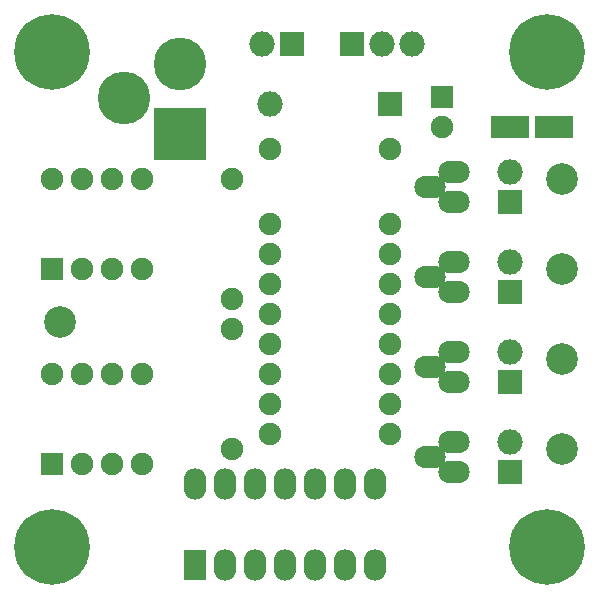
<source format=gbr>
G04 #@! TF.FileFunction,Soldermask,Bot*
%FSLAX46Y46*%
G04 Gerber Fmt 4.6, Leading zero omitted, Abs format (unit mm)*
G04 Created by KiCad (PCBNEW 4.0.5+dfsg1-4~bpo8+1) date Sat Apr 22 17:10:37 2017*
%MOMM*%
%LPD*%
G01*
G04 APERTURE LIST*
%ADD10C,0.100000*%
%ADD11C,2.686000*%
%ADD12C,6.400000*%
%ADD13R,1.898600X1.898600*%
%ADD14O,1.898600X1.898600*%
%ADD15R,3.295600X1.898600*%
%ADD16R,2.152600X2.152600*%
%ADD17O,2.152600X2.152600*%
%ADD18O,2.647900X1.898600*%
%ADD19R,1.898600X2.647900*%
%ADD20O,1.898600X2.647900*%
%ADD21R,4.464000X4.464000*%
%ADD22C,4.464000*%
G04 APERTURE END LIST*
D10*
D11*
X122555000Y-90170000D03*
X165100000Y-100965000D03*
X165100000Y-93345000D03*
X165100000Y-85725000D03*
D12*
X163830000Y-109220000D03*
X121920000Y-109220000D03*
X163830000Y-67310000D03*
X121920000Y-67310000D03*
D13*
X154940000Y-71120000D03*
D14*
X154940000Y-73660000D03*
D15*
X160718500Y-73660000D03*
X164401500Y-73660000D03*
D16*
X160655000Y-80010000D03*
D17*
X160655000Y-77470000D03*
D16*
X160655000Y-87630000D03*
D17*
X160655000Y-85090000D03*
D16*
X160655000Y-95250000D03*
D17*
X160655000Y-92710000D03*
D16*
X160655000Y-102870000D03*
D17*
X160655000Y-100330000D03*
D16*
X142240000Y-66675000D03*
D17*
X139700000Y-66675000D03*
D18*
X155949650Y-80010000D03*
X153930350Y-78740000D03*
X155949650Y-77470000D03*
X155949650Y-87630000D03*
X153930350Y-86360000D03*
X155949650Y-85090000D03*
X155949650Y-95250000D03*
X153930350Y-93980000D03*
X155949650Y-92710000D03*
X155949650Y-102870000D03*
X153930350Y-101600000D03*
X155949650Y-100330000D03*
D14*
X137160000Y-78105000D03*
X137160000Y-88265000D03*
X137160000Y-90805000D03*
X137160000Y-100965000D03*
X150495000Y-75565000D03*
X140335000Y-75565000D03*
X150495000Y-81915000D03*
X140335000Y-81915000D03*
X150495000Y-86995000D03*
X140335000Y-86995000D03*
X140335000Y-84455000D03*
X150495000Y-84455000D03*
X140335000Y-89535000D03*
X150495000Y-89535000D03*
X150495000Y-92075000D03*
X140335000Y-92075000D03*
X150495000Y-97155000D03*
X140335000Y-97155000D03*
X140335000Y-94615000D03*
X150495000Y-94615000D03*
X140335000Y-99695000D03*
X150495000Y-99695000D03*
D16*
X147320000Y-66675000D03*
D17*
X149860000Y-66675000D03*
X152400000Y-66675000D03*
D19*
X133985000Y-110750350D03*
D20*
X136525000Y-110750350D03*
X139065000Y-110750350D03*
X141605000Y-110750350D03*
X141605000Y-103879650D03*
X139065000Y-103879650D03*
X136525000Y-103879650D03*
X133985000Y-103879650D03*
X144145000Y-110750350D03*
X146685000Y-110750350D03*
X149225000Y-110750350D03*
X144145000Y-103879650D03*
X146685000Y-103879650D03*
X149225000Y-103879650D03*
D13*
X121920000Y-102235000D03*
D14*
X124460000Y-102235000D03*
X127000000Y-102235000D03*
X129540000Y-102235000D03*
X129540000Y-94615000D03*
X127000000Y-94615000D03*
X121920000Y-94615000D03*
X124460000Y-94615000D03*
D13*
X121920000Y-85725000D03*
D14*
X124460000Y-85725000D03*
X127000000Y-85725000D03*
X129540000Y-85725000D03*
X129540000Y-78105000D03*
X127000000Y-78105000D03*
X121920000Y-78105000D03*
X124460000Y-78105000D03*
D11*
X165100000Y-78105000D03*
D16*
X150495000Y-71755000D03*
D17*
X140335000Y-71755000D03*
D21*
X132715000Y-74295000D03*
D22*
X132715000Y-68326000D03*
X128016000Y-71247000D03*
M02*

</source>
